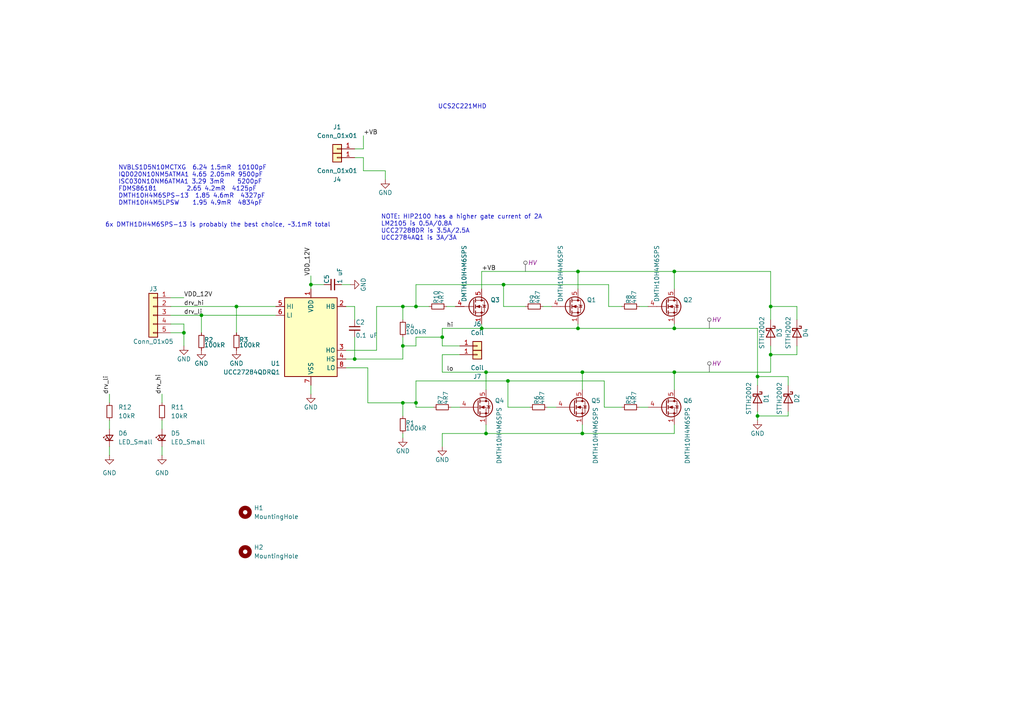
<source format=kicad_sch>
(kicad_sch (version 20231120) (generator "eeschema") (generator_version "8.0")
  (paper "A4")
  (lib_symbols
    (symbol "Connector_Generic:Conn_01x01" (pin_names (offset 1.016) hide)
      (property "Reference" "J" (at 0 2.54 0))
      (property "Value" "Conn_01x01" (at 0 -2.54 0))
      (symbol "Conn_01x01_1_1"
        (rectangle (start -1.27 0.127) (end 0 -0.127) (stroke (width 0.1524)))
        (rectangle (start -1.27 1.27) (end 1.27 -1.27) (stroke (width 0.254)) (fill (type background)))
        (pin passive line (at -5.08 0 0) (length 3.81) (name "Pin_1") (number "1"))
      )
    )
    (symbol "Connector_Generic:Conn_01x05" (pin_names (offset 1.016) hide)
      (property "Reference" "J" (at 0 7.62 0))
      (property "Value" "Conn_01x05" (at 0 -7.62 0))
      (symbol "Conn_01x05_1_1"
        (rectangle (start -1.27 -4.953) (end 0 -5.207) (stroke (width 0.1524)))
        (rectangle (start -1.27 -2.413) (end 0 -2.667) (stroke (width 0.1524)))
        (rectangle (start -1.27 0.127) (end 0 -0.127) (stroke (width 0.1524)))
        (rectangle (start -1.27 2.667) (end 0 2.413) (stroke (width 0.1524)))
        (rectangle (start -1.27 5.207) (end 0 4.953) (stroke (width 0.1524)))
        (rectangle (start -1.27 6.35) (end 1.27 -6.35) (stroke (width 0.254)) (fill (type background)))
        (pin passive line (at -5.08 5.08 0) (length 3.81) (name "Pin_1") (number "1"))
        (pin passive line (at -5.08 2.54 0) (length 3.81) (name "Pin_2") (number "2"))
        (pin passive line (at -5.08 0 0) (length 3.81) (name "Pin_3") (number "3"))
        (pin passive line (at -5.08 -2.54 0) (length 3.81) (name "Pin_4") (number "4"))
        (pin passive line (at -5.08 -5.08 0) (length 3.81) (name "Pin_5") (number "5"))
      )
    )
    (symbol "Device:C_Small" (pin_numbers hide) (pin_names (offset 0.254) hide)
      (property "Reference" "C" (at 0.254 1.778 0))
      (property "Value" "C_Small" (at 0.254 -2.032 0))
      (symbol "C_Small_0_1"
        (polyline (pts (xy -1.524 -0.508) (xy 1.524 -0.508)) (stroke (width 0.3302)))
        (polyline (pts (xy -1.524 0.508) (xy 1.524 0.508)) (stroke (width 0.3048)))
      )
      (symbol "C_Small_1_1"
        (pin passive line (at 0 2.54 270) (length 2.032) (name "~") (number "1"))
        (pin passive line (at 0 -2.54 90) (length 2.032) (name "~") (number "2"))
      )
    )
    (symbol "Device:LED_Small" (pin_numbers hide) (pin_names (offset 0.254) hide)
      (property "Reference" "D" (at -1.27 3.175 0))
      (property "Value" "LED_Small" (at -4.445 -2.54 0))
      (symbol "LED_Small_0_1"
        (polyline (pts (xy -0.762 -1.016) (xy -0.762 1.016)) (stroke (width 0.254)))
        (polyline (pts (xy 1.016 0) (xy -0.762 0)))
        (polyline (pts (xy 0.762 -1.016) (xy -0.762 0) (xy 0.762 1.016) (xy 0.762 -1.016)) (stroke (width 0.254)))
        (polyline (pts (xy 0 0.762) (xy -0.508 1.27) (xy -0.254 1.27) (xy -0.508 1.27) (xy -0.508 1.016)))
        (polyline (pts (xy 0.508 1.27) (xy 0 1.778) (xy 0.254 1.778) (xy 0 1.778) (xy 0 1.524)))
      )
      (symbol "LED_Small_1_1"
        (pin passive line (at -2.54 0 0) (length 1.778) (name "K") (number "1"))
        (pin passive line (at 2.54 0 180) (length 1.778) (name "A") (number "2"))
      )
    )
    (symbol "Device:R_Small" (pin_numbers hide) (pin_names (offset 0.254) hide)
      (property "Reference" "R" (at 0.762 0.508 0))
      (property "Value" "R_Small" (at 0.762 -1.016 0))
      (symbol "R_Small_0_1"
        (rectangle (start -0.762 1.778) (end 0.762 -1.778) (stroke (width 0.2032)))
      )
      (symbol "R_Small_1_1"
        (pin passive line (at 0 2.54 270) (length 0.762) (name "~") (number "1"))
        (pin passive line (at 0 -2.54 90) (length 0.762) (name "~") (number "2"))
      )
    )
    (symbol "Diode:CSD01060E" (pin_numbers hide) (pin_names (offset 1.016) hide)
      (property "Reference" "D" (at 0 2.54 0))
      (property "Value" "CSD01060E" (at 0 -2.54 0))
      (symbol "CSD01060E_0_1"
        (polyline (pts (xy 1.27 0) (xy -1.27 0)))
        (polyline (pts (xy 1.27 1.27) (xy 1.27 -1.27) (xy -1.27 0) (xy 1.27 1.27)) (stroke (width 0.254)))
        (polyline (pts (xy -1.905 0.635) (xy -1.905 1.27) (xy -1.27 1.27) (xy -1.27 -1.27) (xy -0.635 -1.27) (xy -0.635 -0.635)) (stroke (width 0.254)))
      )
      (symbol "CSD01060E_1_1"
        (pin passive line (at -3.81 0 0) (length 2.54) (name "K") (number "1"))
        (pin passive line (at 3.81 0 180) (length 2.54) (name "A") (number "2"))
      )
    )
    (symbol "Driver_FET:MIC4604YM"
      (property "Reference" "U" (at -8.89 -8.89 0))
      (property "Value" "MIC4604YM" (at -8.89 -11.43 0))
      (symbol "MIC4604YM_0_1"
        (rectangle (start -7.62 -12.7) (end 7.62 10.16) (stroke (width 0.254)) (fill (type background)))
      )
      (symbol "MIC4604YM_1_1"
        (pin power_in line (at 0 12.7 270) (length 2.54) (name "VDD") (number "1"))
        (pin passive line (at 10.16 7.62 180) (length 2.54) (name "HB") (number "2"))
        (pin output line (at 10.16 -5.08 180) (length 2.54) (name "HO") (number "3"))
        (pin passive line (at 10.16 -7.62 180) (length 2.54) (name "HS") (number "4"))
        (pin input line (at -10.16 7.62 0) (length 2.54) (name "HI") (number "5"))
        (pin input line (at -10.16 5.08 0) (length 2.54) (name "LI") (number "6"))
        (pin power_in line (at 0 -15.24 90) (length 2.54) (name "VSS") (number "7"))
        (pin output line (at 10.16 -10.16 180) (length 2.54) (name "LO") (number "8"))
      )
    )
    (symbol "GND_1" (power) (pin_numbers hide) (pin_names (offset 0) hide)
      (property "Value" "GND" (at 0 -3.81 0))
      (symbol "GND_1_0_1"
        (polyline (pts (xy 0 0) (xy 0 -1.27) (xy 1.27 -1.27) (xy 0 -2.54) (xy -1.27 -1.27) (xy 0 -1.27)))
      )
      (symbol "GND_1_1_1"
        (pin power_in line (at 0 0 270) (length 0) (name "~") (number "1"))
      )
    )
    (symbol "Mechanical:MountingHole" (pin_names (offset 1.016))
      (property "Reference" "H" (at 0 5.08 0))
      (property "Value" "MountingHole" (at 0 3.175 0))
      (symbol "MountingHole_0_1"
        (circle (center 0 0) (radius 1.27) (stroke (width 1.27)))
      )
    )
    (symbol "Transistor_FET:DMN3008SFG" (pin_names hide)
      (property "Reference" "Q" (at 5.08 1.905 0))
      (property "Value" "DMN3008SFG" (at 5.08 0 0))
      (symbol "DMN3008SFG_0_1"
        (polyline (pts (xy -2.54 0) (xy 0.254 0)))
        (polyline (pts (xy 0.254 1.905) (xy 0.254 -1.905)) (stroke (width 0.254)))
        (polyline (pts (xy 0.762 -1.27) (xy 0.762 -2.286)) (stroke (width 0.254)))
        (polyline (pts (xy 0.762 0.508) (xy 0.762 -0.508)) (stroke (width 0.254)))
        (polyline (pts (xy 0.762 2.286) (xy 0.762 1.27)) (stroke (width 0.254)))
        (polyline (pts (xy 2.54 2.54) (xy 2.54 1.778)))
        (polyline (pts (xy 2.54 -2.54) (xy 2.54 0) (xy 0.762 0)))
        (polyline (pts (xy 0.762 -1.778) (xy 3.302 -1.778) (xy 3.302 1.778) (xy 0.762 1.778)))
        (polyline (pts (xy 1.016 0) (xy 2.032 0.381) (xy 2.032 -0.381) (xy 1.016 0)) (fill (type outline)))
        (polyline (pts (xy 2.794 0.508) (xy 2.921 0.381) (xy 3.683 0.381) (xy 3.81 0.254)))
        (polyline (pts (xy 3.302 0.381) (xy 2.921 -0.254) (xy 3.683 -0.254) (xy 3.302 0.381)))
        (circle (center 1.651 0) (radius 2.794) (stroke (width 0.254)))
        (circle (center 2.54 -1.778) (radius 0.254) (fill (type outline)))
        (circle (center 2.54 1.778) (radius 0.254) (fill (type outline)))
      )
      (symbol "DMN3008SFG_1_1"
        (pin passive line (at 2.54 -5.08 90) (length 2.54) (name "S") (number "1"))
        (pin passive line (at 2.54 -5.08 90) (length 2.54) hide (name "S") (number "2"))
        (pin passive line (at 2.54 -5.08 90) (length 2.54) hide (name "S") (number "3"))
        (pin passive line (at -5.08 0 0) (length 2.54) (name "G") (number "4"))
        (pin passive line (at 2.54 5.08 270) (length 2.54) (name "D") (number "5"))
      )
    )
    (symbol "power:GND" (power) (pin_names (offset 0))
      (property "Value" "GND" (at 0 -3.81 0))
      (symbol "GND_0_1"
        (polyline (pts (xy 0 0) (xy 0 -1.27) (xy 1.27 -1.27) (xy 0 -2.54) (xy -1.27 -1.27) (xy 0 -1.27)))
      )
      (symbol "GND_1_1"
        (pin power_in line (at 0 0 270) (length 0) hide (name "GND") (number "1"))
      )
    )
  )
  (junction (at 195.58 95.25))
  (junction (at 128.27 97.79))
  (junction (at 140.97 107.95))
  (junction (at 168.91 125.73))
  (junction (at 116.84 116.84))
  (junction (at 167.64 95.25))
  (junction (at 140.97 125.73))
  (junction (at 223.52 88.9))
  (junction (at 167.64 78.74))
  (junction (at 120.65 88.9))
  (junction (at 68.58 88.9))
  (junction (at 223.52 102.87))
  (junction (at 195.58 107.95))
  (junction (at 53.34 96.52))
  (junction (at 116.84 88.9))
  (junction (at 120.65 116.84))
  (junction (at 168.91 107.95))
  (junction (at 102.87 104.14))
  (junction (at 58.42 91.44))
  (junction (at 219.71 109.22))
  (junction (at 195.58 78.74))
  (junction (at 116.84 100.33))
  (junction (at 146.05 82.55))
  (junction (at 90.17 82.55))
  (junction (at 139.7 95.25))
  (junction (at 219.71 120.65))
  (junction (at 147.32 110.49))
  (wire (pts (xy 105.41 45.72) (xy 105.41 49.53)))
  (wire (pts (xy 53.34 93.98) (xy 49.53 93.98)))
  (wire (pts (xy 31.75 121.92) (xy 31.75 124.46)))
  (wire (pts (xy 90.17 82.55) (xy 90.17 83.82)))
  (wire (pts (xy 53.34 96.52) (xy 53.34 93.98)))
  (wire (pts (xy 111.76 52.07) (xy 111.76 49.53)))
  (wire (pts (xy 128.27 95.25) (xy 128.27 97.79)))
  (wire (pts (xy 109.22 101.6) (xy 109.22 88.9)))
  (wire (pts (xy 157.48 88.9) (xy 160.02 88.9)))
  (wire (pts (xy 140.97 125.73) (xy 168.91 125.73)))
  (wire (pts (xy 168.91 123.19) (xy 168.91 125.73)))
  (wire (pts (xy 49.53 96.52) (xy 53.34 96.52)))
  (wire (pts (xy 106.68 116.84) (xy 116.84 116.84)))
  (wire (pts (xy 46.99 114.3) (xy 46.99 116.84)))
  (wire (pts (xy 105.41 43.18) (xy 105.41 39.37)))
  (wire (pts (xy 231.14 100.33) (xy 231.14 102.87)))
  (wire (pts (xy 68.58 88.9) (xy 80.01 88.9)))
  (wire (pts (xy 146.05 82.55) (xy 176.53 82.55)))
  (wire (pts (xy 130.81 118.11) (xy 133.35 118.11)))
  (wire (pts (xy 120.65 110.49) (xy 120.65 116.84)))
  (wire (pts (xy 49.53 86.36) (xy 53.34 86.36)))
  (wire (pts (xy 223.52 100.33) (xy 223.52 102.87)))
  (wire (pts (xy 176.53 82.55) (xy 176.53 88.9)))
  (wire (pts (xy 231.14 92.71) (xy 231.14 88.9)))
  (wire (pts (xy 31.75 114.3) (xy 31.75 116.84)))
  (wire (pts (xy 168.91 107.95) (xy 168.91 113.03)))
  (wire (pts (xy 195.58 107.95) (xy 223.52 107.95)))
  (wire (pts (xy 219.71 95.25) (xy 219.71 109.22)))
  (wire (pts (xy 90.17 80.01) (xy 90.17 82.55)))
  (wire (pts (xy 128.27 95.25) (xy 139.7 95.25)))
  (wire (pts (xy 139.7 78.74) (xy 139.7 83.82)))
  (wire (pts (xy 68.58 88.9) (xy 68.58 96.52)))
  (wire (pts (xy 102.87 92.71) (xy 102.87 88.9)))
  (wire (pts (xy 120.65 100.33) (xy 120.65 97.79)))
  (wire (pts (xy 146.05 88.9) (xy 152.4 88.9)))
  (wire (pts (xy 223.52 92.71) (xy 223.52 88.9)))
  (wire (pts (xy 116.84 116.84) (xy 120.65 116.84)))
  (wire (pts (xy 100.33 106.68) (xy 106.68 106.68)))
  (wire (pts (xy 139.7 78.74) (xy 167.64 78.74)))
  (wire (pts (xy 116.84 100.33) (xy 120.65 100.33)))
  (wire (pts (xy 58.42 91.44) (xy 80.01 91.44)))
  (wire (pts (xy 231.14 88.9) (xy 223.52 88.9)))
  (wire (pts (xy 219.71 119.38) (xy 219.71 120.65)))
  (wire (pts (xy 223.52 88.9) (xy 223.52 78.74)))
  (wire (pts (xy 195.58 93.98) (xy 195.58 95.25)))
  (wire (pts (xy 219.71 120.65) (xy 219.71 121.92)))
  (wire (pts (xy 195.58 95.25) (xy 219.71 95.25)))
  (wire (pts (xy 120.65 82.55) (xy 146.05 82.55)))
  (wire (pts (xy 100.33 101.6) (xy 109.22 101.6)))
  (wire (pts (xy 128.27 125.73) (xy 140.97 125.73)))
  (wire (pts (xy 140.97 123.19) (xy 140.97 125.73)))
  (wire (pts (xy 147.32 110.49) (xy 175.26 110.49)))
  (wire (pts (xy 158.75 118.11) (xy 161.29 118.11)))
  (wire (pts (xy 116.84 88.9) (xy 120.65 88.9)))
  (wire (pts (xy 140.97 107.95) (xy 140.97 113.03)))
  (wire (pts (xy 120.65 118.11) (xy 120.65 116.84)))
  (wire (pts (xy 195.58 78.74) (xy 195.58 83.82)))
  (wire (pts (xy 132.08 88.9) (xy 129.54 88.9)))
  (wire (pts (xy 223.52 102.87) (xy 223.52 107.95)))
  (wire (pts (xy 219.71 109.22) (xy 219.71 111.76)))
  (wire (pts (xy 99.06 82.55) (xy 101.6 82.55)))
  (wire (pts (xy 124.46 88.9) (xy 120.65 88.9)))
  (wire (pts (xy 100.33 104.14) (xy 102.87 104.14)))
  (wire (pts (xy 185.42 88.9) (xy 187.96 88.9)))
  (wire (pts (xy 46.99 121.92) (xy 46.99 124.46)))
  (wire (pts (xy 58.42 91.44) (xy 58.42 96.52)))
  (wire (pts (xy 120.65 82.55) (xy 120.65 88.9)))
  (wire (pts (xy 49.53 91.44) (xy 58.42 91.44)))
  (wire (pts (xy 133.35 100.33) (xy 128.27 100.33)))
  (wire (pts (xy 133.35 102.87) (xy 128.27 102.87)))
  (wire (pts (xy 116.84 125.73) (xy 116.84 127)))
  (wire (pts (xy 167.64 95.25) (xy 195.58 95.25)))
  (wire (pts (xy 140.97 107.95) (xy 168.91 107.95)))
  (wire (pts (xy 128.27 107.95) (xy 140.97 107.95)))
  (wire (pts (xy 100.33 88.9) (xy 102.87 88.9)))
  (wire (pts (xy 195.58 125.73) (xy 168.91 125.73)))
  (wire (pts (xy 128.27 97.79) (xy 128.27 100.33)))
  (wire (pts (xy 116.84 97.79) (xy 116.84 100.33)))
  (wire (pts (xy 147.32 118.11) (xy 153.67 118.11)))
  (wire (pts (xy 139.7 95.25) (xy 167.64 95.25)))
  (wire (pts (xy 105.41 49.53) (xy 111.76 49.53)))
  (wire (pts (xy 106.68 106.68) (xy 106.68 116.84)))
  (wire (pts (xy 168.91 107.95) (xy 195.58 107.95)))
  (wire (pts (xy 120.65 118.11) (xy 125.73 118.11)))
  (wire (pts (xy 167.64 78.74) (xy 195.58 78.74)))
  (wire (pts (xy 228.6 111.76) (xy 228.6 109.22)))
  (wire (pts (xy 49.53 88.9) (xy 68.58 88.9)))
  (wire (pts (xy 228.6 119.38) (xy 228.6 120.65)))
  (wire (pts (xy 128.27 102.87) (xy 128.27 107.95)))
  (wire (pts (xy 102.87 45.72) (xy 105.41 45.72)))
  (wire (pts (xy 120.65 110.49) (xy 147.32 110.49)))
  (wire (pts (xy 228.6 109.22) (xy 219.71 109.22)))
  (wire (pts (xy 109.22 88.9) (xy 116.84 88.9)))
  (wire (pts (xy 195.58 107.95) (xy 195.58 113.03)))
  (wire (pts (xy 146.05 82.55) (xy 146.05 88.9)))
  (wire (pts (xy 139.7 95.25) (xy 139.7 93.98)))
  (wire (pts (xy 120.65 97.79) (xy 128.27 97.79)))
  (wire (pts (xy 195.58 123.19) (xy 195.58 125.73)))
  (wire (pts (xy 147.32 110.49) (xy 147.32 118.11)))
  (wire (pts (xy 46.99 129.54) (xy 46.99 132.08)))
  (wire (pts (xy 102.87 97.79) (xy 102.87 104.14)))
  (wire (pts (xy 167.64 93.98) (xy 167.64 95.25)))
  (wire (pts (xy 116.84 100.33) (xy 116.84 104.14)))
  (wire (pts (xy 176.53 88.9) (xy 180.34 88.9)))
  (wire (pts (xy 102.87 104.14) (xy 116.84 104.14)))
  (wire (pts (xy 90.17 111.76) (xy 90.17 114.3)))
  (wire (pts (xy 53.34 100.33) (xy 53.34 96.52)))
  (wire (pts (xy 185.42 118.11) (xy 187.96 118.11)))
  (wire (pts (xy 102.87 43.18) (xy 105.41 43.18)))
  (wire (pts (xy 116.84 92.71) (xy 116.84 88.9)))
  (wire (pts (xy 116.84 120.65) (xy 116.84 116.84)))
  (wire (pts (xy 128.27 125.73) (xy 128.27 129.54)))
  (wire (pts (xy 195.58 78.74) (xy 223.52 78.74)))
  (wire (pts (xy 31.75 129.54) (xy 31.75 132.08)))
  (wire (pts (xy 231.14 102.87) (xy 223.52 102.87)))
  (wire (pts (xy 167.64 78.74) (xy 167.64 83.82)))
  (wire (pts (xy 175.26 110.49) (xy 175.26 118.11)))
  (wire (pts (xy 228.6 120.65) (xy 219.71 120.65)))
  (wire (pts (xy 90.17 82.55) (xy 93.98 82.55)))
  (wire (pts (xy 175.26 118.11) (xy 180.34 118.11)))
  (text "NOTE: HIP2100 has a higher gate current of 2A\nLM2105 is 0.5A/0.8A\nUCC27288DR is 3.5A/2.5A\nUCC2784AQ1 is 3A/3A" (at 110.49 69.85 0) (effects (font (size 1.27 1.27)) (justify left bottom)))
  (text "NVBLS1D5N10MCTXG  6.24 1.5mR  10100pF\nIQD020N10NM5ATMA1 4.65 2.05mR 9500pF\nISC030N10NM6ATMA1 3.29 3mR    5200pF\nFDMS86181         2.65 4.2mR  4125pF\nDMTH10H4M6SPS-13  1.85 4.6mR  4327pF\nDMTH10H4M5LPSW    1.95 4.9mR  4834pF" (at 34.29 59.69 0) (effects (font (size 1.27 1.27)) (justify left bottom)))
  (text "UCS2C221MHD" (at 127 31.75 0) (effects (font (size 1.27 1.27)) (justify left bottom)))
  (text "6x DMTH1DH4M6SPS-13 is probably the best choice, ~3.1mR total" (at 30.48 66.04 0) (effects (font (size 1.27 1.27)) (justify left bottom)))
  (label "VDD_12V" (at 53.34 86.36 0))
  (label "drv_li" (at 31.75 114.3 90))
  (label "+VB" (at 139.7 78.74 0))
  (label "VDD_12V" (at 90.17 80.01 90))
  (label "lo" (at 129.54 107.95 0))
  (label "+VB" (at 105.41 39.37 0))
  (label "hi" (at 129.54 95.25 0))
  (label "drv_li" (at 53.34 91.44 0))
  (label "drv_hi" (at 46.99 114.3 90))
  (label "drv_hi" (at 53.34 88.9 0))
  (netclass_flag "" (length 2.54) (shape round) (at 205.74 107.95 0) (property "Netclass" "HV" (at 206.4385 105.41 0) (effects (font (italic yes)) (justify left))))
  (netclass_flag "" (length 2.54) (shape round) (at 152.4 78.74 0) (property "Netclass" "HV" (at 153.0985 76.2 0) (effects (font (italic yes)) (justify left))))
  (netclass_flag "" (length 2.54) (shape round) (at 205.74 95.25 0) (property "Netclass" "HV" (at 206.4385 92.71 0) (effects (font (italic yes)) (justify left))))
  (symbol (lib_id "Connector_Generic:Conn_01x01") (at 138.43 100.33 0) (mirror x) (unit 1)
    (property "Reference" "J6" (at 138.43 93.98 0))
    (property "Value" "Coil" (at 138.43 96.52 0))
    (property "Footprint" "footprints:pad-6mmx4mm-TH" (effects (hide yes)))
    (property "Description" "Generic connector, single row, 01x01, script generated (kicad-library-utils/schlib/autogen/connector/)" (effects (hide yes)))
    (property "Digikey" "NoPart" (effects (hide yes)))
  )
  (symbol (lib_id "Diode:CSD01060E") (at 219.71 115.57 270) (unit 1)
    (property "Reference" "D1" (at 222.25 115.57 0))
    (property "Value" "STTH2002" (at 217.17 115.57 0))
    (property "Footprint" "Package_TO_SOT_SMD:TO-263-2_TabPin1" (effects (hide yes)))
    (property "Digikey" "497-5761-1-ND" (effects (hide yes)))
  )
  (symbol (lib_id "Diode:CSD01060E") (at 228.6 115.57 270) (unit 1)
    (property "Reference" "D2" (at 231.14 115.57 0))
    (property "Value" "STTH2002" (at 226.06 115.57 0))
    (property "Footprint" "Package_TO_SOT_SMD:TO-263-2_TabPin1" (effects (hide yes)))
    (property "Digikey" "497-5761-1-ND" (effects (hide yes)))
  )
  (symbol (lib_id "Device:R_Small") (at 116.84 123.19 0) (unit 1)
    (property "Reference" "R1" (at 117.602 122.682 0) (effects (justify left)))
    (property "Value" "100kR" (at 117.602 124.206 0) (effects (justify left)))
    (property "Footprint" "Resistor_SMD:R_0805_2012Metric_Pad1.20x1.40mm_HandSolder" (effects (hide yes)))
    (property "Digikey" "311-100KCRCT-ND" (effects (hide yes)))
  )
  (symbol (lib_id "Device:R_Small") (at 182.88 118.11 90) (unit 1)
    (property "Reference" "R5" (at 182.372 117.348 0) (effects (justify left)))
    (property "Value" "4R7" (at 183.896 117.348 0) (effects (justify left)))
    (property "Footprint" "Resistor_SMD:R_0805_2012Metric_Pad1.20x1.40mm_HandSolder" (effects (hide yes)))
    (property "Digikey" "RMCF0805JT4R70CT-ND" (effects (hide yes)))
  )
  (symbol (lib_id "power:GND") (at 90.17 114.3 0) (unit 1)
    (property "Reference" "#PWR08" (effects (hide yes)))
    (property "Value" "GND" (at 90.17 118.11 0))
  )
  (symbol (lib_id "Device:C_Small") (at 102.87 95.25 0) (unit 1)
    (property "Reference" "C2" (at 103.124 93.472 0) (effects (justify left)))
    (property "Value" "0.1 uF" (at 103.124 97.282 0) (effects (justify left)))
    (property "Footprint" "Capacitor_SMD:C_0805_2012Metric_Pad1.18x1.45mm_HandSolder" (effects (hide yes)))
    (property "Digikey" "1276-6840-1-ND" (effects (hide yes)))
  )
  (symbol (lib_id "Mechanical:MountingHole") (at 71.12 148.59 0) (unit 1)
    (property "Reference" "H1" (at 73.66 147.3199 0) (effects (justify left)))
    (property "Value" "MountingHole" (at 73.66 149.8599 0) (effects (justify left)))
    (property "Footprint" "MountingHole:MountingHole_3.2mm_M3_ISO7380" (effects (hide yes)))
    (property "Description" "Mounting Hole without connection" (effects (hide yes)))
    (property "Digikey" "NoPart" (effects (hide yes)))
  )
  (symbol (lib_id "Device:R_Small") (at 154.94 88.9 90) (unit 1)
    (property "Reference" "R9" (at 154.432 88.138 0) (effects (justify left)))
    (property "Value" "4R7" (at 155.956 88.138 0) (effects (justify left)))
    (property "Footprint" "Resistor_SMD:R_0805_2012Metric_Pad1.20x1.40mm_HandSolder" (effects (hide yes)))
    (property "Digikey" "RMCF0805JT4R70CT-ND" (effects (hide yes)))
  )
  (symbol (lib_id "Transistor_FET:DMN3008SFG") (at 193.04 88.9 0) (unit 1)
    (property "Reference" "Q2" (at 198.12 86.995 0) (effects (justify left)))
    (property "Value" "DMTH10H4M6SPS" (at 190.5 87.63 90) (effects (justify left)))
    (property "Footprint" "footprints:Diode_PowerDI5060-8" (effects (hide yes)))
    (property "Datasheet" "https://www.diodes.com/assets/Datasheets/DMTH10H4M6SPS.pdf" (effects (hide yes)))
    (property "Digikey" "31-DMTH10H4M6SPS-13CT-ND" (effects (hide yes)))
  )
  (symbol (lib_id "Transistor_FET:DMN3008SFG") (at 137.16 88.9 0) (unit 1)
    (property "Reference" "Q3" (at 142.24 86.995 0) (effects (justify left)))
    (property "Value" "DMTH10H4M6SPS" (at 134.62 87.63 90) (effects (justify left)))
    (property "Footprint" "footprints:Diode_PowerDI5060-8" (effects (hide yes)))
    (property "Datasheet" "https://www.diodes.com/assets/Datasheets/DMTH10H4M6SPS.pdf" (effects (hide yes)))
    (property "Digikey" "31-DMTH10H4M6SPS-13CT-ND" (effects (hide yes)))
  )
  (symbol (lib_id "Device:C_Small") (at 96.52 82.55 90) (unit 1)
    (property "Reference" "C5" (at 94.742 82.296 0) (effects (justify left)))
    (property "Value" "1 uF" (at 98.552 82.296 0) (effects (justify left)))
    (property "Footprint" "Capacitor_SMD:C_1206_3216Metric_Pad1.33x1.80mm_HandSolder" (effects (hide yes)))
    (property "Digikey" "1276-1838-1-ND" (effects (hide yes)))
  )
  (symbol (lib_id "Connector_Generic:Conn_01x01") (at 138.43 102.87 0) (unit 1)
    (property "Reference" "J7" (at 138.43 109.22 0))
    (property "Value" "Coil" (at 138.43 106.68 0))
    (property "Footprint" "footprints:pad-6mmx4mm-TH" (effects (hide yes)))
    (property "Description" "Generic connector, single row, 01x01, script generated (kicad-library-utils/schlib/autogen/connector/)" (effects (hide yes)))
    (property "Digikey" "NoPart" (effects (hide yes)))
  )
  (symbol (lib_id "power:GND") (at 116.84 127 0) (unit 1)
    (property "Reference" "#PWR04" (effects (hide yes)))
    (property "Value" "GND" (at 116.84 130.81 0))
  )
  (symbol (lib_id "Device:R_Small") (at 46.99 119.38 0) (unit 1)
    (property "Reference" "R11" (at 49.53 118.1099 0) (effects (justify left)))
    (property "Value" "10kR" (at 49.53 120.6499 0) (effects (justify left)))
    (property "Footprint" "Resistor_SMD:R_0402_1005Metric" (effects (hide yes)))
    (property "Description" "Resistor, small symbol" (effects (hide yes)))
    (property "Digikey" "1276-3431-1-ND" (effects (hide yes)))
  )
  (symbol (lib_id "Device:R_Small") (at 182.88 88.9 90) (unit 1)
    (property "Reference" "R8" (at 182.372 88.138 0) (effects (justify left)))
    (property "Value" "4R7" (at 183.896 88.138 0) (effects (justify left)))
    (property "Footprint" "Resistor_SMD:R_0805_2012Metric_Pad1.20x1.40mm_HandSolder" (effects (hide yes)))
    (property "Digikey" "RMCF0805JT4R70CT-ND" (effects (hide yes)))
  )
  (symbol (lib_id "power:GND") (at 111.76 52.07 0) (unit 1)
    (property "Reference" "#PWR03" (effects (hide yes)))
    (property "Value" "GND" (at 111.76 55.88 0))
  )
  (symbol (lib_id "power:GND") (at 219.71 121.92 0) (unit 1)
    (property "Reference" "#PWR02" (effects (hide yes)))
    (property "Value" "GND" (at 219.71 125.73 0))
  )
  (symbol (lib_id "power:GND") (at 58.42 101.6 0) (unit 1)
    (property "Reference" "#PWR09" (effects (hide yes)))
    (property "Value" "GND" (at 58.42 105.41 0))
  )
  (symbol (lib_name "GND_1") (lib_id "power:GND") (at 46.99 132.08 0) (unit 1)
    (property "Reference" "#PWR010" (effects (hide yes)))
    (property "Value" "GND" (at 46.99 137.16 0))
    (property "Description" "Power symbol creates a global label with name \"GND\" , ground" (effects (hide yes)))
  )
  (symbol (lib_id "Connector_Generic:Conn_01x01") (at 97.79 43.18 180) (unit 1)
    (property "Reference" "J1" (at 97.79 36.83 0))
    (property "Value" "Conn_01x01" (at 97.79 39.37 0))
    (property "Footprint" "footprints:pad-6mmx4mm" (effects (hide yes)))
    (property "Description" "Generic connector, single row, 01x01, script generated (kicad-library-utils/schlib/autogen/connector/)" (effects (hide yes)))
    (property "Digikey" "NoPart" (effects (hide yes)))
  )
  (symbol (lib_id "power:GND") (at 128.27 129.54 0) (unit 1)
    (property "Reference" "#PWR01" (effects (hide yes)))
    (property "Value" "GND" (at 128.27 133.35 0))
  )
  (symbol (lib_id "Device:R_Small") (at 116.84 95.25 0) (unit 1)
    (property "Reference" "R4" (at 117.602 94.742 0) (effects (justify left)))
    (property "Value" "100kR" (at 117.602 96.266 0) (effects (justify left)))
    (property "Footprint" "Resistor_SMD:R_0805_2012Metric_Pad1.20x1.40mm_HandSolder" (effects (hide yes)))
    (property "Digikey" "311-100KCRCT-ND" (effects (hide yes)))
  )
  (symbol (lib_id "Device:R_Small") (at 127 88.9 90) (unit 1)
    (property "Reference" "R10" (at 126.492 88.138 0) (effects (justify left)))
    (property "Value" "4R7" (at 128.016 88.138 0) (effects (justify left)))
    (property "Footprint" "Resistor_SMD:R_0805_2012Metric_Pad1.20x1.40mm_HandSolder" (effects (hide yes)))
    (property "Digikey" "RMCF0805JT4R70CT-ND" (effects (hide yes)))
  )
  (symbol (lib_id "Device:LED_Small") (at 31.75 127 90) (unit 1)
    (property "Reference" "D6" (at 34.29 125.6664 90) (effects (justify right)))
    (property "Value" "LED_Small" (at 34.29 128.2064 90) (effects (justify right)))
    (property "Footprint" "LED_SMD:LED_0402_1005Metric" (effects (hide yes)))
    (property "Description" "Light emitting diode, small symbol" (effects (hide yes)))
    (property "Digikey" "VLMG1500-GS08CT-ND" (effects (hide yes)))
  )
  (symbol (lib_id "Device:R_Small") (at 156.21 118.11 90) (unit 1)
    (property "Reference" "R6" (at 155.702 117.348 0) (effects (justify left)))
    (property "Value" "4R7" (at 157.226 117.348 0) (effects (justify left)))
    (property "Footprint" "Resistor_SMD:R_0805_2012Metric_Pad1.20x1.40mm_HandSolder" (effects (hide yes)))
    (property "Digikey" "RMCF0805JT4R70CT-ND" (effects (hide yes)))
  )
  (symbol (lib_id "Driver_FET:MIC4604YM") (at 90.17 96.52 0) (unit 1)
    (property "Reference" "U1" (at 81.28 105.41 0) (effects (justify right)))
    (property "Value" "UCC27284QDRQ1" (at 81.28 107.95 0) (effects (justify right)))
    (property "Footprint" "Package_SO:SOIC-8_3.9x4.9mm_P1.27mm" (effects (hide yes)))
    (property "Datasheet" "https://www.ti.com/lit/ds/symlink/ucc27284-q1.pdf" (effects (hide yes)))
    (property "Digikey" "296-UCC27284QDRQ1CT-ND" (effects (hide yes)))
  )
  (symbol (lib_id "Transistor_FET:DMN3008SFG") (at 166.37 118.11 0) (unit 1)
    (property "Reference" "Q5" (at 171.45 116.205 0) (effects (justify left)))
    (property "Value" "DMTH10H4M6SPS" (at 172.72 134.62 90) (effects (justify left)))
    (property "Footprint" "footprints:Diode_PowerDI5060-8" (effects (hide yes)))
    (property "Datasheet" "https://www.diodes.com/assets/Datasheets/DMTH10H4M6SPS.pdf" (effects (hide yes)))
    (property "Digikey" "31-DMTH10H4M6SPS-13CT-ND" (effects (hide yes)))
  )
  (symbol (lib_id "power:GND") (at 101.6 82.55 90) (unit 1)
    (property "Reference" "#PWR06" (effects (hide yes)))
    (property "Value" "GND" (at 105.41 82.55 0))
  )
  (symbol (lib_name "GND_1") (lib_id "power:GND") (at 31.75 132.08 0) (unit 1)
    (property "Reference" "#PWR011" (effects (hide yes)))
    (property "Value" "GND" (at 31.75 137.16 0))
    (property "Description" "Power symbol creates a global label with name \"GND\" , ground" (effects (hide yes)))
  )
  (symbol (lib_id "Device:LED_Small") (at 46.99 127 90) (unit 1)
    (property "Reference" "D5" (at 49.53 125.6664 90) (effects (justify right)))
    (property "Value" "LED_Small" (at 49.53 128.2064 90) (effects (justify right)))
    (property "Footprint" "LED_SMD:LED_0402_1005Metric" (effects (hide yes)))
    (property "Description" "Light emitting diode, small symbol" (effects (hide yes)))
    (property "Digikey" "VLMG1500-GS08CT-ND" (effects (hide yes)))
  )
  (symbol (lib_id "Connector_Generic:Conn_01x01") (at 97.79 45.72 0) (mirror y) (unit 1)
    (property "Reference" "J4" (at 97.79 52.07 0))
    (property "Value" "Conn_01x01" (at 97.79 49.53 0))
    (property "Footprint" "footprints:pad-6mmx4mm" (effects (hide yes)))
    (property "Description" "Generic connector, single row, 01x01, script generated (kicad-library-utils/schlib/autogen/connector/)" (effects (hide yes)))
    (property "Digikey" "NoPart" (effects (hide yes)))
  )
  (symbol (lib_id "power:GND") (at 53.34 100.33 0) (unit 1)
    (property "Reference" "#PWR05" (effects (hide yes)))
    (property "Value" "GND" (at 53.34 104.14 0))
  )
  (symbol (lib_id "Transistor_FET:DMN3008SFG") (at 193.04 118.11 0) (unit 1)
    (property "Reference" "Q6" (at 198.12 116.205 0) (effects (justify left)))
    (property "Value" "DMTH10H4M6SPS" (at 199.39 134.62 90) (effects (justify left)))
    (property "Footprint" "footprints:Diode_PowerDI5060-8" (effects (hide yes)))
    (property "Datasheet" "https://www.diodes.com/assets/Datasheets/DMTH10H4M6SPS.pdf" (effects (hide yes)))
    (property "Digikey" "31-DMTH10H4M6SPS-13CT-ND" (effects (hide yes)))
  )
  (symbol (lib_id "Connector_Generic:Conn_01x05") (at 44.45 91.44 0) (mirror y) (unit 1)
    (property "Reference" "J3" (at 44.45 83.82 0))
    (property "Value" "Conn_01x05" (at 44.45 99.06 0))
    (property "Footprint" "Connector_JST:JST_EH_S5B-EH_1x05_P2.50mm_Horizontal" (effects (hide yes)))
    (property "Digikey" "455-S5B-EH-ND" (effects (hide yes)))
  )
  (symbol (lib_id "Diode:CSD01060E") (at 223.52 96.52 270) (unit 1)
    (property "Reference" "D3" (at 226.06 96.52 0))
    (property "Value" "STTH2002" (at 220.98 96.52 0))
    (property "Footprint" "Package_TO_SOT_SMD:TO-263-2_TabPin1" (effects (hide yes)))
    (property "Digikey" "497-5761-1-ND" (effects (hide yes)))
  )
  (symbol (lib_id "Mechanical:MountingHole") (at 71.12 160.02 0) (unit 1)
    (property "Reference" "H2" (at 73.66 158.7499 0) (effects (justify left)))
    (property "Value" "MountingHole" (at 73.66 161.2899 0) (effects (justify left)))
    (property "Footprint" "MountingHole:MountingHole_3.2mm_M3_ISO7380" (effects (hide yes)))
    (property "Description" "Mounting Hole without connection" (effects (hide yes)))
    (property "Digikey" "NoPart" (effects (hide yes)))
  )
  (symbol (lib_id "Transistor_FET:DMN3008SFG") (at 138.43 118.11 0) (unit 1)
    (property "Reference" "Q4" (at 143.51 116.205 0) (effects (justify left)))
    (property "Value" "DMTH10H4M6SPS" (at 144.78 134.62 90) (effects (justify left)))
    (property "Footprint" "footprints:Diode_PowerDI5060-8" (effects (hide yes)))
    (property "Datasheet" "https://www.diodes.com/assets/Datasheets/DMTH10H4M6SPS.pdf" (effects (hide yes)))
    (property "Digikey" "31-DMTH10H4M6SPS-13CT-ND" (effects (hide yes)))
  )
  (symbol (lib_id "Device:R_Small") (at 68.58 99.06 0) (unit 1)
    (property "Reference" "R3" (at 69.342 98.552 0) (effects (justify left)))
    (property "Value" "100kR" (at 69.342 100.076 0) (effects (justify left)))
    (property "Footprint" "Resistor_SMD:R_0805_2012Metric_Pad1.20x1.40mm_HandSolder" (effects (hide yes)))
    (property "Digikey" "311-100KCRCT-ND" (effects (hide yes)))
  )
  (symbol (lib_id "Transistor_FET:DMN3008SFG") (at 165.1 88.9 0) (unit 1)
    (property "Reference" "Q1" (at 170.18 86.995 0) (effects (justify left)))
    (property "Value" "DMTH10H4M6SPS" (at 162.56 87.63 90) (effects (justify left)))
    (property "Footprint" "footprints:Diode_PowerDI5060-8" (effects (hide yes)))
    (property "Datasheet" "https://www.diodes.com/assets/Datasheets/DMTH10H4M6SPS.pdf" (effects (hide yes)))
    (property "Digikey" "31-DMTH10H4M6SPS-13CT-ND" (effects (hide yes)))
  )
  (symbol (lib_id "Diode:CSD01060E") (at 231.14 96.52 270) (unit 1)
    (property "Reference" "D4" (at 233.68 96.52 0))
    (property "Value" "STTH2002" (at 228.6 96.52 0))
    (property "Footprint" "Package_TO_SOT_SMD:TO-263-2_TabPin1" (effects (hide yes)))
    (property "Digikey" "497-5761-1-ND" (effects (hide yes)))
  )
  (symbol (lib_id "Device:R_Small") (at 128.27 118.11 90) (unit 1)
    (property "Reference" "R7" (at 127.762 117.348 0) (effects (justify left)))
    (property "Value" "4R7" (at 129.286 117.348 0) (effects (justify left)))
    (property "Footprint" "Resistor_SMD:R_0805_2012Metric_Pad1.20x1.40mm_HandSolder" (effects (hide yes)))
    (property "Digikey" "RMCF0805JT4R70CT-ND" (effects (hide yes)))
  )
  (symbol (lib_id "power:GND") (at 68.58 101.6 0) (unit 1)
    (property "Reference" "#PWR07" (effects (hide yes)))
    (property "Value" "GND" (at 68.58 105.41 0))
  )
  (symbol (lib_id "Device:R_Small") (at 58.42 99.06 0) (unit 1)
    (property "Reference" "R2" (at 59.182 98.552 0) (effects (justify left)))
    (property "Value" "100kR" (at 59.182 100.076 0) (effects (justify left)))
    (property "Footprint" "Resistor_SMD:R_0805_2012Metric_Pad1.20x1.40mm_HandSolder" (effects (hide yes)))
    (property "Digikey" "311-100KCRCT-ND" (effects (hide yes)))
  )
  (symbol (lib_id "Device:R_Small") (at 31.75 119.38 0) (unit 1)
    (property "Reference" "R12" (at 34.29 118.1099 0) (effects (justify left)))
    (property "Value" "10kR" (at 34.29 120.6499 0) (effects (justify left)))
    (property "Footprint" "Resistor_SMD:R_0402_1005Metric" (effects (hide yes)))
    (property "Description" "Resistor, small symbol" (effects (hide yes)))
    (property "Digikey" "1276-3431-1-ND" (effects (hide yes)))
  )
)
</source>
